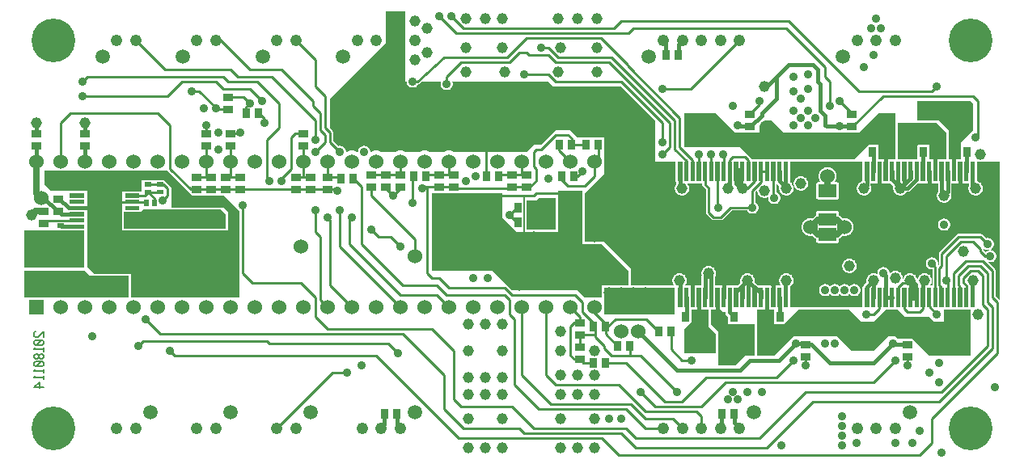
<source format=gbr>
G04 start of page 5 for group 3 idx 3 *
G04 Title: board, bottom *
G04 Creator: pcb 20140316 *
G04 CreationDate: Mon 15 Jan 2018 01:30:57 AM GMT UTC *
G04 For: brian *
G04 Format: Gerber/RS-274X *
G04 PCB-Dimensions (mil): 6000.00 5000.00 *
G04 PCB-Coordinate-Origin: lower left *
%MOIN*%
%FSLAX25Y25*%
%LNBOTTOM*%
%ADD104C,0.0118*%
%ADD103C,0.0380*%
%ADD102C,0.0437*%
%ADD101C,0.1285*%
%ADD100C,0.0279*%
%ADD99C,0.0350*%
%ADD98C,0.0200*%
%ADD97C,0.0280*%
%ADD96C,0.0360*%
%ADD95C,0.0460*%
%ADD94R,0.1339X0.1339*%
%ADD93R,0.0100X0.0100*%
%ADD92R,0.0460X0.0460*%
%ADD91R,0.0512X0.0512*%
%ADD90R,0.0197X0.0197*%
%ADD89R,0.1220X0.1220*%
%ADD88R,0.0177X0.0177*%
%ADD87R,0.0560X0.0560*%
%ADD86R,0.0295X0.0295*%
%ADD85C,0.0278*%
%ADD84C,0.0600*%
%ADD83C,0.0597*%
%ADD82C,0.1800*%
%ADD81C,0.0480*%
%ADD80C,0.0060*%
%ADD79C,0.0070*%
%ADD78C,0.0150*%
%ADD77C,0.0250*%
%ADD76C,0.0160*%
%ADD75C,0.0100*%
%ADD74C,0.0001*%
G54D74*G36*
X412000Y199000D02*X415000Y196000D01*
Y193000D01*
X426000D01*
Y180000D01*
X422000D01*
X418000Y176000D01*
X411000D01*
Y190000D01*
X408000Y193000D01*
Y199000D01*
X412000D01*
G37*
G36*
X407000D02*Y192000D01*
X410000Y189000D01*
Y181000D01*
X397000D01*
Y191000D01*
X400000Y194000D01*
Y199000D01*
X407000D01*
G37*
G36*
X477000Y261000D02*Y267000D01*
X473000D01*
X467000Y261000D01*
X425000D01*
X420000Y266000D01*
X397000D01*
Y280000D01*
X410000D01*
X418000Y272000D01*
X428000D01*
Y275000D01*
X430000Y277000D01*
X433000D01*
X438000Y272000D01*
X469000D01*
X477000Y280000D01*
X484000D01*
Y261000D01*
X477000D01*
G37*
G36*
X434000Y199000D02*Y193000D01*
X438000D01*
X444000Y199000D01*
X465000D01*
X470000Y194000D01*
X475000D01*
X480000Y199000D01*
X485000D01*
X488000Y196000D01*
X498000D01*
X500000Y194000D01*
X504000D01*
Y199000D01*
X515000D01*
Y180000D01*
X498000D01*
X491000Y187000D01*
X485000D01*
X484000Y188000D01*
X481000D01*
X475000Y182000D01*
X466000D01*
X460000Y188000D01*
X442000D01*
X434000Y180000D01*
X427000D01*
Y199000D01*
X434000D01*
G37*
G36*
X505000Y261000D02*X498000D01*
Y267000D01*
X493000D01*
Y261000D01*
X485000D01*
Y276000D01*
X501000D01*
X505000Y272000D01*
Y261000D01*
G37*
G36*
X506000D02*Y273000D01*
X502000Y277000D01*
X493000D01*
Y285000D01*
X515000D01*
X516000Y284000D01*
Y273000D01*
X511000Y268000D01*
Y261000D01*
X506000D01*
G37*
G36*
X451000Y214000D02*Y222000D01*
X461000D01*
Y214000D01*
X451000D01*
G37*
G36*
X521295Y228402D02*X519882Y229815D01*
X519851Y229851D01*
X519708Y229974D01*
X519546Y230073D01*
X519372Y230145D01*
X519188Y230189D01*
X519000Y230204D01*
X518953Y230200D01*
X510817D01*
Y247510D01*
X511000Y247495D01*
X511235Y247514D01*
X511465Y247569D01*
X511683Y247659D01*
X511884Y247783D01*
X512064Y247936D01*
X512217Y248116D01*
X512341Y248317D01*
X512431Y248535D01*
X512486Y248765D01*
X512505Y249000D01*
X512486Y249235D01*
X512431Y249465D01*
X512341Y249683D01*
X512217Y249884D01*
X512061Y250061D01*
X511695Y250427D01*
X511518Y250583D01*
X511317Y250707D01*
X511099Y250797D01*
X510869Y250852D01*
X510817Y250856D01*
Y251052D01*
X511677Y251057D01*
X511830Y251093D01*
X511913Y251128D01*
X511997Y251093D01*
X512150Y251057D01*
X512307Y251047D01*
X514236Y251057D01*
X514252Y251060D01*
Y250307D01*
X514247Y250248D01*
X514251Y250202D01*
X514138Y249930D01*
X514028Y249471D01*
X513991Y249000D01*
X514028Y248529D01*
X514138Y248070D01*
X514319Y247634D01*
X514565Y247231D01*
X514872Y246872D01*
X515231Y246565D01*
X515634Y246319D01*
X516070Y246138D01*
X516529Y246028D01*
X517000Y245991D01*
X517471Y246028D01*
X517930Y246138D01*
X518366Y246319D01*
X518769Y246565D01*
X519128Y246872D01*
X519435Y247231D01*
X519681Y247634D01*
X519862Y248070D01*
X519972Y248529D01*
X520000Y249000D01*
X519972Y249471D01*
X519862Y249930D01*
X519681Y250366D01*
X519435Y250769D01*
X519128Y251128D01*
X518769Y251435D01*
X518366Y251681D01*
X517930Y251862D01*
X517631Y251934D01*
X517638Y252047D01*
X517629Y260000D01*
X518882D01*
X519000Y259991D01*
X519118Y260000D01*
X527000D01*
Y202665D01*
X526974Y202708D01*
X526851Y202851D01*
X526815Y202882D01*
X525200Y204497D01*
Y214953D01*
X525204Y215000D01*
X525189Y215188D01*
X525189Y215188D01*
X525145Y215372D01*
X525073Y215546D01*
X524974Y215708D01*
X524851Y215851D01*
X524815Y215882D01*
X521981Y218716D01*
X522225Y218615D01*
X522608Y218523D01*
X523000Y218492D01*
X523392Y218523D01*
X523775Y218615D01*
X524138Y218766D01*
X524474Y218971D01*
X524773Y219227D01*
X525029Y219526D01*
X525234Y219862D01*
X525385Y220225D01*
X525477Y220608D01*
X525500Y221000D01*
X525477Y221392D01*
X525385Y221775D01*
X525234Y222138D01*
X525029Y222474D01*
X524773Y222773D01*
X524474Y223029D01*
X524138Y223234D01*
X523775Y223385D01*
X523392Y223477D01*
X523000Y223508D01*
X522608Y223477D01*
X522225Y223385D01*
X521862Y223234D01*
X521526Y223029D01*
X521227Y222773D01*
X521087Y222610D01*
X520200Y223497D01*
Y223953D01*
X520204Y224000D01*
X520189Y224188D01*
X520161Y224304D01*
X520227Y224227D01*
X520526Y223971D01*
X520862Y223766D01*
X521225Y223615D01*
X521608Y223523D01*
X522000Y223492D01*
X522392Y223523D01*
X522775Y223615D01*
X523138Y223766D01*
X523474Y223971D01*
X523773Y224227D01*
X524029Y224526D01*
X524234Y224862D01*
X524385Y225225D01*
X524477Y225608D01*
X524500Y226000D01*
X524477Y226392D01*
X524385Y226775D01*
X524234Y227138D01*
X524029Y227474D01*
X523773Y227773D01*
X523474Y228029D01*
X523138Y228234D01*
X522775Y228385D01*
X522392Y228477D01*
X522000Y228508D01*
X521608Y228477D01*
X521295Y228402D01*
G37*
G36*
X510817Y230200D02*X510047D01*
X510000Y230204D01*
X509812Y230189D01*
X509628Y230145D01*
X509454Y230073D01*
X509292Y229974D01*
X509292Y229974D01*
X509149Y229851D01*
X509118Y229815D01*
X503996Y224693D01*
Y231493D01*
X504000Y231492D01*
X504392Y231523D01*
X504775Y231615D01*
X505138Y231766D01*
X505474Y231971D01*
X505773Y232227D01*
X506029Y232526D01*
X506234Y232862D01*
X506385Y233225D01*
X506477Y233608D01*
X506500Y234000D01*
X506477Y234392D01*
X506385Y234775D01*
X506234Y235138D01*
X506029Y235474D01*
X505773Y235773D01*
X505474Y236029D01*
X505138Y236234D01*
X504775Y236385D01*
X504392Y236477D01*
X504000Y236508D01*
X503996Y236507D01*
Y242991D01*
X504000Y242991D01*
X504471Y243028D01*
X504930Y243138D01*
X505366Y243319D01*
X505769Y243565D01*
X506128Y243872D01*
X506435Y244231D01*
X506681Y244634D01*
X506862Y245070D01*
X506972Y245529D01*
X507000Y246000D01*
X506972Y246471D01*
X506875Y246877D01*
X506947Y247051D01*
X507002Y247280D01*
X507020Y247516D01*
X507016Y247575D01*
Y251060D01*
X507032Y251057D01*
X507189Y251047D01*
X509118Y251057D01*
X509271Y251093D01*
X509354Y251128D01*
X509438Y251093D01*
X509591Y251057D01*
X509748Y251047D01*
X510817Y251052D01*
Y250856D01*
X510634Y250871D01*
X510398Y250852D01*
X510169Y250797D01*
X509951Y250707D01*
X509749Y250583D01*
X509570Y250430D01*
X509417Y250251D01*
X509293Y250049D01*
X509203Y249831D01*
X509148Y249602D01*
X509129Y249366D01*
X509148Y249131D01*
X509203Y248901D01*
X509293Y248683D01*
X509417Y248482D01*
X509573Y248305D01*
X509939Y247939D01*
X510116Y247783D01*
X510317Y247659D01*
X510535Y247569D01*
X510765Y247514D01*
X510817Y247510D01*
Y230200D01*
G37*
G36*
X503996Y224693D02*X502185Y222882D01*
X502149Y222851D01*
X502026Y222708D01*
X501927Y222546D01*
X501855Y222372D01*
X501811Y222188D01*
X501811Y222188D01*
X501796Y222000D01*
X501800Y221953D01*
Y217497D01*
X501463Y217160D01*
X501396Y217270D01*
X501477Y217608D01*
X501500Y218000D01*
X501477Y218392D01*
X501385Y218775D01*
X501234Y219138D01*
X501029Y219474D01*
X500773Y219773D01*
X500474Y220029D01*
X500138Y220234D01*
X499775Y220385D01*
X499392Y220477D01*
X499000Y220508D01*
X498608Y220477D01*
X498225Y220385D01*
X497862Y220234D01*
X497526Y220029D01*
X497227Y219773D01*
X496971Y219474D01*
X496766Y219138D01*
X496615Y218775D01*
X496523Y218392D01*
X496492Y218000D01*
X496523Y217608D01*
X496615Y217225D01*
X496766Y216862D01*
X496971Y216526D01*
X497227Y216227D01*
X497526Y215971D01*
X497862Y215766D01*
X498225Y215615D01*
X498608Y215523D01*
X499000Y215492D01*
X499198Y215508D01*
Y208905D01*
X499118Y208872D01*
X499034Y208907D01*
X498881Y208943D01*
X498724Y208953D01*
X498195Y208950D01*
X498435Y209231D01*
X498681Y209634D01*
X498862Y210070D01*
X498972Y210529D01*
X499000Y211000D01*
X498972Y211471D01*
X498862Y211930D01*
X498681Y212366D01*
X498435Y212769D01*
X498128Y213128D01*
X497769Y213435D01*
X497366Y213681D01*
X496930Y213862D01*
X496471Y213972D01*
X496000Y214009D01*
X495529Y213972D01*
X495070Y213862D01*
X494634Y213681D01*
X494231Y213435D01*
X493872Y213128D01*
X493565Y212769D01*
X493319Y212366D01*
X493138Y211930D01*
X493028Y211471D01*
X493005Y211177D01*
X492989Y211193D01*
X492972Y211471D01*
X492862Y211930D01*
X492681Y212366D01*
X492435Y212769D01*
X492128Y213128D01*
X491769Y213435D01*
X491366Y213681D01*
X490930Y213862D01*
X490471Y213972D01*
X490000Y214009D01*
X489529Y213972D01*
X489070Y213862D01*
X488634Y213681D01*
X488231Y213435D01*
X487872Y213128D01*
X487565Y212769D01*
X487319Y212366D01*
X487138Y211930D01*
X487028Y211471D01*
X487007Y211203D01*
X487000Y211204D01*
X486892Y211195D01*
X486972Y211529D01*
X487000Y212000D01*
X486972Y212471D01*
X486862Y212930D01*
X486681Y213366D01*
X486435Y213769D01*
X486128Y214128D01*
X485769Y214435D01*
X485366Y214681D01*
X484930Y214862D01*
X484471Y214972D01*
X484000Y215009D01*
X483529Y214972D01*
X483070Y214862D01*
X482634Y214681D01*
X482231Y214435D01*
X481872Y214128D01*
X481565Y213769D01*
X481478Y213626D01*
X481500Y214000D01*
X481477Y214392D01*
X481385Y214775D01*
X481234Y215138D01*
X481029Y215474D01*
X480773Y215773D01*
X480474Y216029D01*
X480138Y216234D01*
X479775Y216385D01*
X479392Y216477D01*
X479000Y216508D01*
X478608Y216477D01*
X478225Y216385D01*
X477862Y216234D01*
X477526Y216029D01*
X477227Y215773D01*
X476971Y215474D01*
X476766Y215138D01*
X476615Y214775D01*
X476523Y214392D01*
X476492Y214000D01*
X476523Y213608D01*
X476530Y213581D01*
X476366Y213681D01*
X475930Y213862D01*
X475471Y213972D01*
X475000Y214009D01*
X474529Y213972D01*
X474070Y213862D01*
X473634Y213681D01*
X473231Y213435D01*
X472872Y213128D01*
X472565Y212769D01*
X472319Y212366D01*
X472138Y211930D01*
X472028Y211471D01*
X471991Y211000D01*
X472028Y210529D01*
X472101Y210223D01*
X471229Y209350D01*
X471184Y209312D01*
X471031Y209132D01*
X470907Y208931D01*
X470861Y208818D01*
X470773Y208764D01*
X470653Y208662D01*
X470551Y208542D01*
X470468Y208408D01*
X470408Y208263D01*
X470371Y208110D01*
X470362Y207953D01*
X470371Y200000D01*
X464995D01*
Y205487D01*
X465000Y205492D01*
X465227Y205227D01*
X465526Y204971D01*
X465862Y204766D01*
X466225Y204615D01*
X466608Y204523D01*
X467000Y204492D01*
X467392Y204523D01*
X467775Y204615D01*
X468138Y204766D01*
X468474Y204971D01*
X468773Y205227D01*
X469029Y205526D01*
X469234Y205862D01*
X469385Y206225D01*
X469477Y206608D01*
X469500Y207000D01*
X469477Y207392D01*
X469385Y207775D01*
X469234Y208138D01*
X469029Y208474D01*
X468773Y208773D01*
X468474Y209029D01*
X468138Y209234D01*
X467775Y209385D01*
X467392Y209477D01*
X467000Y209508D01*
X466608Y209477D01*
X466225Y209385D01*
X465862Y209234D01*
X465526Y209029D01*
X465227Y208773D01*
X465000Y208508D01*
X464995Y208513D01*
Y213991D01*
X465000Y213991D01*
X465471Y214028D01*
X465930Y214138D01*
X466366Y214319D01*
X466769Y214565D01*
X467128Y214872D01*
X467435Y215231D01*
X467681Y215634D01*
X467862Y216070D01*
X467972Y216529D01*
X468000Y217000D01*
X467972Y217471D01*
X467862Y217930D01*
X467681Y218366D01*
X467435Y218769D01*
X467128Y219128D01*
X466769Y219435D01*
X466366Y219681D01*
X465930Y219862D01*
X465471Y219972D01*
X465000Y220009D01*
X464995Y220009D01*
Y229883D01*
X465182Y229997D01*
X465624Y230376D01*
X466003Y230818D01*
X466307Y231315D01*
X466530Y231853D01*
X466666Y232419D01*
X466700Y233000D01*
X466666Y233581D01*
X466530Y234147D01*
X466307Y234685D01*
X466003Y235182D01*
X465624Y235624D01*
X465182Y236003D01*
X464995Y236117D01*
Y260000D01*
X470367D01*
X470362Y259921D01*
X470371Y251934D01*
X470070Y251862D01*
X469634Y251681D01*
X469231Y251435D01*
X468872Y251128D01*
X468565Y250769D01*
X468319Y250366D01*
X468138Y249930D01*
X468028Y249471D01*
X467991Y249000D01*
X468028Y248529D01*
X468138Y248070D01*
X468319Y247634D01*
X468565Y247231D01*
X468872Y246872D01*
X469231Y246565D01*
X469634Y246319D01*
X470070Y246138D01*
X470529Y246028D01*
X471000Y245991D01*
X471471Y246028D01*
X471930Y246138D01*
X472366Y246319D01*
X472769Y246565D01*
X473128Y246872D01*
X473435Y247231D01*
X473681Y247634D01*
X473862Y248070D01*
X473972Y248529D01*
X474000Y249000D01*
X473972Y249471D01*
X473862Y249930D01*
X473749Y250202D01*
X473753Y250248D01*
X473748Y250307D01*
Y251060D01*
X473764Y251057D01*
X473921Y251047D01*
X475850Y251057D01*
X476003Y251093D01*
X476087Y251128D01*
X476170Y251093D01*
X476323Y251057D01*
X476480Y251047D01*
X478409Y251057D01*
X478562Y251093D01*
X478646Y251128D01*
X478729Y251093D01*
X478882Y251057D01*
X479039Y251047D01*
X480968Y251057D01*
X481121Y251093D01*
X481205Y251128D01*
X481288Y251093D01*
X481442Y251057D01*
X481598Y251047D01*
X481830Y251048D01*
X483101Y249777D01*
X483028Y249471D01*
X482991Y249000D01*
X483028Y248529D01*
X483138Y248070D01*
X483319Y247634D01*
X483565Y247231D01*
X483872Y246872D01*
X484231Y246565D01*
X484634Y246319D01*
X485070Y246138D01*
X485529Y246028D01*
X486000Y245991D01*
X486471Y246028D01*
X486930Y246138D01*
X487366Y246319D01*
X487769Y246565D01*
X488128Y246872D01*
X488435Y247231D01*
X488599Y247500D01*
X488941D01*
X489000Y247495D01*
X489235Y247514D01*
X489235Y247514D01*
X489465Y247569D01*
X489465Y247569D01*
X489465D01*
X489472Y247572D01*
X489683Y247659D01*
X489683Y247659D01*
X489683Y247659D01*
X489717Y247680D01*
X489884Y247783D01*
X489884Y247783D01*
X489884Y247783D01*
X490064Y247936D01*
X490102Y247981D01*
X493175Y251054D01*
X493763Y251057D01*
X493916Y251093D01*
X494000Y251128D01*
X494084Y251093D01*
X494237Y251057D01*
X494394Y251047D01*
X496322Y251057D01*
X496475Y251093D01*
X496559Y251128D01*
X496643Y251093D01*
X496796Y251057D01*
X496953Y251047D01*
X498881Y251057D01*
X499034Y251093D01*
X499118Y251128D01*
X499202Y251093D01*
X499355Y251057D01*
X499512Y251047D01*
X501440Y251057D01*
X501457Y251060D01*
Y247591D01*
X501319Y247366D01*
X501138Y246930D01*
X501028Y246471D01*
X500991Y246000D01*
X501028Y245529D01*
X501138Y245070D01*
X501319Y244634D01*
X501565Y244231D01*
X501872Y243872D01*
X502231Y243565D01*
X502634Y243319D01*
X503070Y243138D01*
X503529Y243028D01*
X503996Y242991D01*
Y236507D01*
X503608Y236477D01*
X503225Y236385D01*
X502862Y236234D01*
X502526Y236029D01*
X502227Y235773D01*
X501971Y235474D01*
X501766Y235138D01*
X501615Y234775D01*
X501523Y234392D01*
X501492Y234000D01*
X501523Y233608D01*
X501615Y233225D01*
X501766Y232862D01*
X501971Y232526D01*
X502227Y232227D01*
X502526Y231971D01*
X502862Y231766D01*
X503225Y231615D01*
X503608Y231523D01*
X503996Y231493D01*
Y224693D01*
G37*
G36*
X464995Y236117D02*X464685Y236307D01*
X464147Y236530D01*
X463581Y236666D01*
X463000Y236711D01*
X462419Y236666D01*
X462155Y236602D01*
X461433Y237325D01*
X461383Y237383D01*
X461150Y237582D01*
X460888Y237743D01*
X460732Y237807D01*
X460731Y238811D01*
X460694Y238964D01*
X460634Y239109D01*
X460552Y239244D01*
X460449Y239363D01*
X460330Y239466D01*
X460195Y239548D01*
X460050Y239608D01*
X459897Y239645D01*
X459740Y239654D01*
X456000Y239649D01*
Y244351D01*
X459897Y244355D01*
X460050Y244392D01*
X460195Y244452D01*
X460330Y244534D01*
X460449Y244637D01*
X460552Y244756D01*
X460634Y244891D01*
X460694Y245036D01*
X460731Y245189D01*
X460740Y245346D01*
X460731Y250621D01*
X460694Y250774D01*
X460634Y250919D01*
X460552Y251054D01*
X460449Y251173D01*
X460330Y251276D01*
X460195Y251358D01*
X460050Y251418D01*
X459897Y251455D01*
X459740Y251464D01*
X458699Y251463D01*
X459003Y251818D01*
X459307Y252315D01*
X459530Y252853D01*
X459666Y253419D01*
X459700Y254000D01*
X459666Y254581D01*
X459530Y255147D01*
X459307Y255685D01*
X459003Y256182D01*
X458624Y256624D01*
X458182Y257003D01*
X457685Y257307D01*
X457147Y257530D01*
X456581Y257666D01*
X456000Y257711D01*
Y260000D01*
X464995D01*
Y236117D01*
G37*
G36*
Y208513D02*X464773Y208773D01*
X464474Y209029D01*
X464138Y209234D01*
X463775Y209385D01*
X463392Y209477D01*
X463000Y209508D01*
X462608Y209477D01*
X462225Y209385D01*
X461862Y209234D01*
X461526Y209029D01*
X461227Y208773D01*
X461000Y208508D01*
X460773Y208773D01*
X460474Y209029D01*
X460138Y209234D01*
X459775Y209385D01*
X459392Y209477D01*
X459000Y209508D01*
X458608Y209477D01*
X458225Y209385D01*
X457862Y209234D01*
X457526Y209029D01*
X457227Y208773D01*
X457000Y208508D01*
X456773Y208773D01*
X456474Y209029D01*
X456138Y209234D01*
X456000Y209292D01*
Y214541D01*
X459897Y214545D01*
X460050Y214582D01*
X460195Y214642D01*
X460330Y214724D01*
X460449Y214827D01*
X460552Y214946D01*
X460634Y215081D01*
X460694Y215226D01*
X460731Y215379D01*
X460740Y215536D01*
X460731Y220811D01*
X460694Y220964D01*
X460634Y221109D01*
X460552Y221244D01*
X460449Y221363D01*
X460330Y221466D01*
X460195Y221548D01*
X460050Y221608D01*
X459897Y221645D01*
X459740Y221654D01*
X456000Y221649D01*
Y226351D01*
X459897Y226355D01*
X460050Y226392D01*
X460195Y226452D01*
X460330Y226534D01*
X460449Y226637D01*
X460552Y226756D01*
X460634Y226891D01*
X460694Y227036D01*
X460731Y227189D01*
X460740Y227346D01*
X460739Y228195D01*
X460888Y228257D01*
X461150Y228418D01*
X461383Y228617D01*
X461433Y228675D01*
X462155Y229398D01*
X462419Y229334D01*
X463000Y229289D01*
X463581Y229334D01*
X464147Y229470D01*
X464685Y229693D01*
X464995Y229883D01*
Y220009D01*
X464529Y219972D01*
X464070Y219862D01*
X463634Y219681D01*
X463231Y219435D01*
X462872Y219128D01*
X462565Y218769D01*
X462319Y218366D01*
X462138Y217930D01*
X462028Y217471D01*
X461991Y217000D01*
X462028Y216529D01*
X462138Y216070D01*
X462319Y215634D01*
X462565Y215231D01*
X462872Y214872D01*
X463231Y214565D01*
X463634Y214319D01*
X464070Y214138D01*
X464529Y214028D01*
X464995Y213991D01*
Y208513D01*
G37*
G36*
Y200000D02*X456000D01*
Y204708D01*
X456138Y204766D01*
X456474Y204971D01*
X456773Y205227D01*
X457000Y205492D01*
X457227Y205227D01*
X457526Y204971D01*
X457862Y204766D01*
X458225Y204615D01*
X458608Y204523D01*
X459000Y204492D01*
X459392Y204523D01*
X459775Y204615D01*
X460138Y204766D01*
X460474Y204971D01*
X460773Y205227D01*
X461000Y205492D01*
X461227Y205227D01*
X461526Y204971D01*
X461862Y204766D01*
X462225Y204615D01*
X462608Y204523D01*
X463000Y204492D01*
X463392Y204523D01*
X463775Y204615D01*
X464138Y204766D01*
X464474Y204971D01*
X464773Y205227D01*
X464995Y205487D01*
Y200000D01*
G37*
G36*
X456000D02*X444995D01*
Y247991D01*
X445000Y247991D01*
X445471Y248028D01*
X445930Y248138D01*
X446366Y248319D01*
X446769Y248565D01*
X447128Y248872D01*
X447435Y249231D01*
X447681Y249634D01*
X447862Y250070D01*
X447972Y250529D01*
X448000Y251000D01*
X447972Y251471D01*
X447862Y251930D01*
X447681Y252366D01*
X447435Y252769D01*
X447128Y253128D01*
X446769Y253435D01*
X446366Y253681D01*
X445930Y253862D01*
X445471Y253972D01*
X445000Y254009D01*
X444995Y254009D01*
Y260000D01*
X456000D01*
Y257711D01*
X455419Y257666D01*
X454853Y257530D01*
X454315Y257307D01*
X453818Y257003D01*
X453376Y256624D01*
X452997Y256182D01*
X452693Y255685D01*
X452470Y255147D01*
X452334Y254581D01*
X452289Y254000D01*
X452334Y253419D01*
X452470Y252853D01*
X452693Y252315D01*
X452997Y251818D01*
X453307Y251456D01*
X452103Y251455D01*
X451950Y251418D01*
X451805Y251358D01*
X451670Y251276D01*
X451551Y251173D01*
X451448Y251054D01*
X451366Y250919D01*
X451306Y250774D01*
X451269Y250621D01*
X451260Y250464D01*
X451269Y245189D01*
X451306Y245036D01*
X451366Y244891D01*
X451448Y244756D01*
X451551Y244637D01*
X451670Y244534D01*
X451805Y244452D01*
X451950Y244392D01*
X452103Y244355D01*
X452260Y244346D01*
X456000Y244351D01*
Y239649D01*
X452103Y239645D01*
X451950Y239608D01*
X451805Y239548D01*
X451670Y239466D01*
X451551Y239363D01*
X451448Y239244D01*
X451366Y239109D01*
X451306Y238964D01*
X451269Y238811D01*
X451260Y238654D01*
X451261Y237805D01*
X451112Y237743D01*
X450850Y237582D01*
X450850Y237582D01*
X450617Y237383D01*
X450567Y237325D01*
X449845Y236602D01*
X449581Y236666D01*
X449000Y236711D01*
X448419Y236666D01*
X447853Y236530D01*
X447315Y236307D01*
X446818Y236003D01*
X446376Y235624D01*
X445997Y235182D01*
X445693Y234685D01*
X445470Y234147D01*
X445334Y233581D01*
X445289Y233000D01*
X445334Y232419D01*
X445470Y231853D01*
X445693Y231315D01*
X445997Y230818D01*
X446376Y230376D01*
X446818Y229997D01*
X447315Y229693D01*
X447853Y229470D01*
X448419Y229334D01*
X449000Y229289D01*
X449581Y229334D01*
X449845Y229398D01*
X450567Y228675D01*
X450617Y228617D01*
X450850Y228418D01*
X450850Y228418D01*
X451013Y228318D01*
X451112Y228257D01*
X451229Y228209D01*
X451268Y228193D01*
X451269Y227189D01*
X451306Y227036D01*
X451366Y226891D01*
X451448Y226756D01*
X451551Y226637D01*
X451670Y226534D01*
X451805Y226452D01*
X451950Y226392D01*
X452103Y226355D01*
X452260Y226346D01*
X456000Y226351D01*
Y221649D01*
X452103Y221645D01*
X451950Y221608D01*
X451805Y221548D01*
X451670Y221466D01*
X451551Y221363D01*
X451448Y221244D01*
X451366Y221109D01*
X451306Y220964D01*
X451269Y220811D01*
X451260Y220654D01*
X451269Y215379D01*
X451306Y215226D01*
X451366Y215081D01*
X451448Y214946D01*
X451551Y214827D01*
X451670Y214724D01*
X451805Y214642D01*
X451950Y214582D01*
X452103Y214545D01*
X452260Y214536D01*
X456000Y214541D01*
Y209292D01*
X455775Y209385D01*
X455392Y209477D01*
X455000Y209508D01*
X454608Y209477D01*
X454225Y209385D01*
X453862Y209234D01*
X453526Y209029D01*
X453227Y208773D01*
X452971Y208474D01*
X452766Y208138D01*
X452615Y207775D01*
X452523Y207392D01*
X452492Y207000D01*
X452523Y206608D01*
X452615Y206225D01*
X452766Y205862D01*
X452971Y205526D01*
X453227Y205227D01*
X453526Y204971D01*
X453862Y204766D01*
X454225Y204615D01*
X454608Y204523D01*
X455000Y204492D01*
X455392Y204523D01*
X455775Y204615D01*
X456000Y204708D01*
Y200000D01*
G37*
G36*
X444995D02*X440633D01*
X440638Y200079D01*
X440629Y208110D01*
X440592Y208263D01*
X440532Y208408D01*
X440526Y208417D01*
X440769Y208565D01*
X441128Y208872D01*
X441435Y209231D01*
X441681Y209634D01*
X441862Y210070D01*
X441972Y210529D01*
X442000Y211000D01*
X441972Y211471D01*
X441862Y211930D01*
X441681Y212366D01*
X441435Y212769D01*
X441128Y213128D01*
X440769Y213435D01*
X440366Y213681D01*
X439930Y213862D01*
X439471Y213972D01*
X439000Y214009D01*
X438529Y213972D01*
X438070Y213862D01*
X437634Y213681D01*
X437231Y213435D01*
X436872Y213128D01*
X436565Y212769D01*
X436319Y212366D01*
X436138Y211930D01*
X436028Y211471D01*
X435991Y211000D01*
X436028Y210529D01*
X436138Y210070D01*
X436319Y209634D01*
X436565Y209231D01*
X436804Y208951D01*
X435150Y208943D01*
X434997Y208907D01*
X434913Y208872D01*
X434830Y208907D01*
X434677Y208943D01*
X434520Y208953D01*
X432591Y208943D01*
X432438Y208907D01*
X432354Y208872D01*
X432271Y208907D01*
X432118Y208943D01*
X431961Y208953D01*
X430032Y208943D01*
X429879Y208907D01*
X429795Y208872D01*
X429712Y208907D01*
X429558Y208943D01*
X429402Y208953D01*
X427473Y208943D01*
X427320Y208907D01*
X427245Y208876D01*
X427108Y209013D01*
X427075Y209052D01*
X427025Y209096D01*
X425899Y210223D01*
X425972Y210529D01*
X426000Y211000D01*
X425972Y211471D01*
X425862Y211930D01*
X425681Y212366D01*
X425435Y212769D01*
X425128Y213128D01*
X424769Y213435D01*
X424366Y213681D01*
X423930Y213862D01*
X423471Y213972D01*
X423000Y214009D01*
X422529Y213972D01*
X422070Y213862D01*
X421634Y213681D01*
X421231Y213435D01*
X420872Y213128D01*
X420565Y212769D01*
X420319Y212366D01*
X420138Y211930D01*
X420028Y211471D01*
X419991Y211000D01*
X420028Y210529D01*
X420101Y210223D01*
X419998Y210119D01*
X419971Y210098D01*
X419915Y210036D01*
X419778Y209899D01*
X419776Y209897D01*
X418830Y208951D01*
X417237Y208943D01*
X417084Y208907D01*
X417000Y208872D01*
X416916Y208907D01*
X416763Y208943D01*
X416606Y208953D01*
X414678Y208943D01*
X414525Y208907D01*
X414441Y208872D01*
X414357Y208907D01*
X414204Y208943D01*
X414047Y208953D01*
X412119Y208943D01*
X411966Y208907D01*
X411882Y208872D01*
X411798Y208907D01*
X411645Y208943D01*
X411488Y208953D01*
X409560Y208943D01*
X409543Y208940D01*
Y212409D01*
X409681Y212634D01*
X409862Y213070D01*
X409972Y213529D01*
X410000Y214000D01*
X409972Y214471D01*
X409862Y214930D01*
X409681Y215366D01*
X409435Y215769D01*
X409128Y216128D01*
X408769Y216435D01*
X408366Y216681D01*
X407930Y216862D01*
X407471Y216972D01*
X407000Y217009D01*
X406529Y216972D01*
X406070Y216862D01*
X405634Y216681D01*
X405231Y216435D01*
X404872Y216128D01*
X404565Y215769D01*
X404319Y215366D01*
X404138Y214930D01*
X404028Y214471D01*
X403991Y214000D01*
X404028Y213529D01*
X404125Y213123D01*
X404053Y212949D01*
X403998Y212720D01*
X403998Y212719D01*
X403980Y212484D01*
X403984Y212426D01*
Y208940D01*
X403968Y208943D01*
X403811Y208953D01*
X401882Y208943D01*
X401729Y208907D01*
X401646Y208872D01*
X401562Y208907D01*
X401409Y208943D01*
X401252Y208953D01*
X399323Y208943D01*
X399170Y208907D01*
X399087Y208872D01*
X399003Y208907D01*
X398850Y208943D01*
X398693Y208953D01*
X397191Y208946D01*
X397435Y209231D01*
X397681Y209634D01*
X397862Y210070D01*
X397972Y210529D01*
X398000Y211000D01*
X397972Y211471D01*
X397862Y211930D01*
X397681Y212366D01*
X397435Y212769D01*
X397128Y213128D01*
X396769Y213435D01*
X396366Y213681D01*
X395930Y213862D01*
X395471Y213972D01*
X395000Y214009D01*
X394529Y213972D01*
X394070Y213862D01*
X393634Y213681D01*
X393231Y213435D01*
X392872Y213128D01*
X392565Y212769D01*
X392319Y212366D01*
X392138Y211930D01*
X392028Y211471D01*
X391991Y211000D01*
X392028Y210529D01*
X392138Y210070D01*
X392319Y209634D01*
X392565Y209231D01*
X392763Y209000D01*
X384000D01*
Y260000D01*
X393367D01*
X393362Y259921D01*
X393371Y251890D01*
X393408Y251737D01*
X393468Y251592D01*
X393551Y251458D01*
X393653Y251338D01*
X393748Y251257D01*
Y250983D01*
X393565Y250769D01*
X393319Y250366D01*
X393138Y249930D01*
X393028Y249471D01*
X392991Y249000D01*
X393028Y248529D01*
X393138Y248070D01*
X393319Y247634D01*
X393565Y247231D01*
X393872Y246872D01*
X394231Y246565D01*
X394634Y246319D01*
X395070Y246138D01*
X395529Y246028D01*
X396000Y245991D01*
X396471Y246028D01*
X396930Y246138D01*
X397366Y246319D01*
X397769Y246565D01*
X398128Y246872D01*
X398435Y247231D01*
X398681Y247634D01*
X398862Y248070D01*
X398972Y248529D01*
X399000Y249000D01*
X398972Y249471D01*
X398862Y249930D01*
X398681Y250366D01*
X398435Y250769D01*
X398192Y251053D01*
X398850Y251057D01*
X399003Y251093D01*
X399087Y251128D01*
X399170Y251093D01*
X399323Y251057D01*
X399480Y251047D01*
X401409Y251057D01*
X401562Y251093D01*
X401646Y251128D01*
X401729Y251093D01*
X401882Y251057D01*
X402039Y251047D01*
X403968Y251057D01*
X404121Y251093D01*
X404205Y251128D01*
X404284Y251095D01*
Y250563D01*
X404281Y250516D01*
X404295Y250327D01*
X404339Y250144D01*
X404412Y249969D01*
X404510Y249808D01*
X404510Y249808D01*
X404633Y249665D01*
X404669Y249634D01*
X405800Y248503D01*
Y239047D01*
X405796Y239000D01*
X405811Y238812D01*
X405855Y238628D01*
X405927Y238454D01*
X406026Y238292D01*
X406026Y238292D01*
X406149Y238149D01*
X406185Y238118D01*
X408118Y236185D01*
X408149Y236149D01*
X408292Y236026D01*
X408292Y236026D01*
X408454Y235927D01*
X408628Y235855D01*
X408812Y235811D01*
X409000Y235796D01*
X409047Y235800D01*
X411953D01*
X412000Y235796D01*
X412188Y235811D01*
X412188Y235811D01*
X412372Y235855D01*
X412546Y235927D01*
X412708Y236026D01*
X412851Y236149D01*
X412882Y236185D01*
X416497Y239800D01*
X422803D01*
X422971Y239526D01*
X423227Y239227D01*
X423526Y238971D01*
X423862Y238766D01*
X424225Y238615D01*
X424608Y238523D01*
X425000Y238492D01*
X425392Y238523D01*
X425775Y238615D01*
X426138Y238766D01*
X426474Y238971D01*
X426773Y239227D01*
X427029Y239526D01*
X427234Y239862D01*
X427385Y240225D01*
X427477Y240608D01*
X427500Y241000D01*
X427477Y241392D01*
X427385Y241775D01*
X427234Y242138D01*
X427029Y242474D01*
X426773Y242773D01*
X426474Y243029D01*
X426200Y243197D01*
Y247503D01*
X427016Y248319D01*
X426991Y248000D01*
X427028Y247529D01*
X427138Y247070D01*
X427319Y246634D01*
X427565Y246231D01*
X427872Y245872D01*
X428231Y245565D01*
X428634Y245319D01*
X429070Y245138D01*
X429529Y245028D01*
X430000Y244991D01*
X430471Y245028D01*
X430930Y245138D01*
X431366Y245319D01*
X431530Y245419D01*
X431523Y245392D01*
X431492Y245000D01*
X431523Y244608D01*
X431615Y244225D01*
X431766Y243862D01*
X431971Y243526D01*
X432227Y243227D01*
X432526Y242971D01*
X432862Y242766D01*
X433225Y242615D01*
X433608Y242523D01*
X434000Y242492D01*
X434392Y242523D01*
X434775Y242615D01*
X435138Y242766D01*
X435474Y242971D01*
X435773Y243227D01*
X436029Y243526D01*
X436234Y243862D01*
X436385Y244225D01*
X436477Y244608D01*
X436500Y245000D01*
X436477Y245392D01*
X436385Y245775D01*
X436234Y246138D01*
X436029Y246474D01*
X435773Y246773D01*
X435474Y247029D01*
X435138Y247234D01*
X434834Y247361D01*
Y251095D01*
X434863Y251107D01*
X434976Y250923D01*
X434976Y250923D01*
X435129Y250743D01*
X435174Y250705D01*
X436101Y249777D01*
X436028Y249471D01*
X435991Y249000D01*
X436028Y248529D01*
X436138Y248070D01*
X436319Y247634D01*
X436565Y247231D01*
X436872Y246872D01*
X437231Y246565D01*
X437634Y246319D01*
X438070Y246138D01*
X438529Y246028D01*
X439000Y245991D01*
X439471Y246028D01*
X439930Y246138D01*
X440366Y246319D01*
X440769Y246565D01*
X441128Y246872D01*
X441435Y247231D01*
X441681Y247634D01*
X441862Y248070D01*
X441972Y248529D01*
X442000Y249000D01*
X441972Y249471D01*
X441862Y249930D01*
X441681Y250366D01*
X441435Y250769D01*
X441128Y251128D01*
X440769Y251435D01*
X440526Y251583D01*
X440532Y251592D01*
X440592Y251737D01*
X440629Y251890D01*
X440638Y252047D01*
X440629Y260000D01*
X444995D01*
Y254009D01*
X444529Y253972D01*
X444070Y253862D01*
X443634Y253681D01*
X443231Y253435D01*
X442872Y253128D01*
X442565Y252769D01*
X442319Y252366D01*
X442138Y251930D01*
X442028Y251471D01*
X441991Y251000D01*
X442028Y250529D01*
X442138Y250070D01*
X442319Y249634D01*
X442565Y249231D01*
X442872Y248872D01*
X443231Y248565D01*
X443634Y248319D01*
X444070Y248138D01*
X444529Y248028D01*
X444995Y247991D01*
Y200000D01*
G37*
G36*
X251000Y286000D02*X274000Y309000D01*
Y322000D01*
X282000D01*
Y293000D01*
X282492D01*
X282523Y292608D01*
X282615Y292225D01*
X282766Y291862D01*
X282971Y291526D01*
X283227Y291227D01*
X283526Y290971D01*
X283862Y290766D01*
X284225Y290615D01*
X284608Y290523D01*
X285000Y290492D01*
X285392Y290523D01*
X285775Y290615D01*
X286138Y290766D01*
X286474Y290971D01*
X286773Y291227D01*
X287029Y291526D01*
X287206Y291815D01*
X287252Y291827D01*
X287317Y291839D01*
X287344Y291849D01*
X287372Y291855D01*
X287433Y291880D01*
X287495Y291903D01*
X287520Y291917D01*
X287546Y291927D01*
X287603Y291962D01*
X287660Y291994D01*
X287679Y292009D01*
X287708Y292026D01*
X287851Y292149D01*
X287863Y292163D01*
X288784Y293000D01*
X296708D01*
X296615Y292775D01*
X296523Y292392D01*
X296492Y292000D01*
X296523Y291608D01*
X296615Y291225D01*
X296766Y290862D01*
X296971Y290526D01*
X297227Y290227D01*
X297526Y289971D01*
X297862Y289766D01*
X298225Y289615D01*
X298608Y289523D01*
X299000Y289492D01*
X299392Y289523D01*
X299775Y289615D01*
X300138Y289766D01*
X300474Y289971D01*
X300773Y290227D01*
X301029Y290526D01*
X301234Y290862D01*
X301385Y291225D01*
X301477Y291608D01*
X301500Y292000D01*
X301477Y292392D01*
X301385Y292775D01*
X301292Y293000D01*
X304000D01*
Y287118D01*
X303991Y287000D01*
X304000Y286882D01*
Y277118D01*
X303991Y277000D01*
X304000Y276882D01*
Y268118D01*
X303991Y268000D01*
X304000Y267882D01*
Y264000D01*
X302085D01*
X302049Y264022D01*
X301395Y264293D01*
X300706Y264458D01*
X300000Y264514D01*
X299294Y264458D01*
X298605Y264293D01*
X297951Y264022D01*
X297915Y264000D01*
X292085D01*
X292049Y264022D01*
X291395Y264293D01*
X290706Y264458D01*
X290000Y264514D01*
X289294Y264458D01*
X288605Y264293D01*
X287951Y264022D01*
X287915Y264000D01*
X282085D01*
X282049Y264022D01*
X281395Y264293D01*
X280706Y264458D01*
X280000Y264514D01*
X279294Y264458D01*
X278605Y264293D01*
X277951Y264022D01*
X277915Y264000D01*
X272085D01*
X272049Y264022D01*
X271395Y264293D01*
X270706Y264458D01*
X270000Y264514D01*
X269294Y264458D01*
X268605Y264293D01*
X267951Y264022D01*
X267915Y264000D01*
X267500D01*
X267477Y264392D01*
X267385Y264775D01*
X267234Y265138D01*
X267029Y265474D01*
X266773Y265773D01*
X266474Y266029D01*
X266138Y266234D01*
X265775Y266385D01*
X265392Y266477D01*
X265000Y266508D01*
X264608Y266477D01*
X264225Y266385D01*
X263862Y266234D01*
X263526Y266029D01*
X263227Y265773D01*
X262971Y265474D01*
X262766Y265138D01*
X262615Y264775D01*
X262523Y264392D01*
X262492Y264000D01*
X262085D01*
X262049Y264022D01*
X261395Y264293D01*
X260706Y264458D01*
X260000Y264514D01*
X259294Y264458D01*
X258605Y264293D01*
X257951Y264022D01*
X257915Y264000D01*
X257500D01*
X257477Y264392D01*
X257385Y264775D01*
X257234Y265138D01*
X257029Y265474D01*
X256773Y265773D01*
X256474Y266029D01*
X256138Y266234D01*
X255775Y266385D01*
X255392Y266477D01*
X255000Y266508D01*
X254608Y266477D01*
X254295Y266402D01*
X252200Y268497D01*
Y271953D01*
X252204Y272000D01*
X252189Y272188D01*
X252145Y272372D01*
X252073Y272546D01*
X251974Y272708D01*
X251851Y272851D01*
X251815Y272882D01*
X251000Y273697D01*
Y286000D01*
G37*
G36*
X364000Y270000D02*X353000D01*
X350000Y273000D01*
X344000D01*
X338000Y267000D01*
X335000D01*
X332000Y264000D01*
X304000D01*
Y293000D01*
X341000D01*
X343000Y291000D01*
X371000D01*
X385000Y277000D01*
Y209000D01*
X375000D01*
Y216000D01*
X364000Y227000D01*
X356000D01*
Y247000D01*
X364000Y255000D01*
Y270000D01*
G37*
G36*
X332000Y232000D02*Y244000D01*
X336000D01*
X337000Y245000D01*
X344000D01*
Y232000D01*
X332000D01*
G37*
G36*
X374000Y215000D02*Y209000D01*
X363000D01*
Y204000D01*
X356000D01*
X353000Y207000D01*
X326000D01*
X318000Y215000D01*
X293000D01*
Y247000D01*
X322000D01*
Y237000D01*
X328000Y231000D01*
X345000D01*
Y248000D01*
X355000D01*
Y226000D01*
X363000D01*
X374000Y215000D01*
G37*
G36*
X364000Y197000D02*Y208000D01*
X393000D01*
Y197000D01*
X364000D01*
G37*
G36*
X149600Y231600D02*Y216300D01*
X125000D01*
Y231600D01*
X149600D01*
G37*
G36*
X166000Y232200D02*Y239300D01*
X173100D01*
X174100Y240300D01*
X205900D01*
X208000Y238200D01*
Y232200D01*
X166000D01*
G37*
G36*
X165200Y231500D02*X208800D01*
Y239200D01*
X206900Y241100D01*
X185600D01*
Y249200D01*
X182400Y252400D01*
X173400D01*
Y256300D01*
X183800D01*
X194100Y246000D01*
X207300D01*
X213600Y239700D01*
Y204000D01*
X169000D01*
Y213700D01*
X153700D01*
X150800Y216600D01*
Y247800D01*
X135900D01*
X133200Y250500D01*
Y256300D01*
X173400D01*
Y247700D01*
X165200D01*
Y231500D01*
G37*
G36*
X125000Y215000D02*X150000D01*
X152000Y213000D01*
X168000D01*
Y204000D01*
X125000D01*
Y215000D01*
G37*
G54D75*X196000Y248441D02*X253559D01*
X247000Y229000D02*X245000Y231000D01*
Y240000D01*
X259000Y236000D02*X260000Y237000D01*
X259000Y226000D02*Y236000D01*
X255000Y225000D02*Y240000D01*
X251000Y236000D02*X250000Y237000D01*
X237000Y253559D02*X243000D01*
X240000D02*Y266441D01*
X231000Y252000D02*Y253000D01*
X235000Y257000D01*
X250000Y253559D02*X254882D01*
X250000Y260000D02*Y253559D01*
X254882D02*X255441Y253000D01*
X253559Y248441D02*X254000Y248000D01*
X264000Y249559D02*X260559Y253000D01*
X235000Y270000D02*X236559Y271559D01*
X240000D01*
X245000Y264000D02*X249000Y268000D01*
Y271000D01*
X255000Y264000D02*X251000Y268000D01*
Y272000D01*
X299000Y295000D02*Y292000D01*
X287000Y293000D02*X298000Y303000D01*
X285000Y293000D02*X287000D01*
X280000Y254559D02*X268000D01*
X274000Y249441D02*Y249000D01*
X277000Y246000D01*
X280000Y249441D02*Y249000D01*
X277000Y246000D01*
X268000D02*Y249441D01*
X286000Y228000D02*X268000Y246000D01*
X285000Y253559D02*X285441Y254000D01*
X280000Y260000D02*Y254559D01*
G54D76*X278559Y156000D02*Y151315D01*
X279874Y150000D01*
X273441Y156000D02*Y151441D01*
X272000Y150000D01*
G54D75*X304000Y146000D02*X270000Y180000D01*
X298000Y158000D02*Y172000D01*
X281000Y189000D01*
X279000Y181000D02*X275000Y185000D01*
X302000Y162000D02*Y182000D01*
X293000Y191000D01*
X250000D01*
X258000Y173000D02*X252000D01*
X229063Y150000D01*
X302000Y254559D02*X291118D01*
X290559Y254000D01*
X300000Y260000D02*Y254559D01*
Y200000D02*X295000Y205000D01*
X299000D02*X295000Y209000D01*
X296000Y212000D02*X300000Y208000D01*
X289000Y249000D02*X289441Y249441D01*
X285000Y243000D02*Y253559D01*
X289441Y249441D02*X302000D01*
X286000Y221000D02*Y228000D01*
X270000Y180000D02*X187000D01*
X185000Y182000D01*
X281000Y189000D02*X181000D01*
X215000Y214000D02*X219000Y210000D01*
X239000D02*X219000D01*
X250000Y200000D02*X247000Y203000D01*
X181000Y189000D02*X175000Y195000D01*
X250000Y191000D02*X245000Y196000D01*
Y204000D01*
X239000Y210000D01*
X260000Y200000D02*X251000Y209000D01*
X275000Y185000D02*X226000D01*
X225000Y186000D01*
X174000D01*
X172000Y184000D01*
X291000Y214000D02*Y249441D01*
X295000Y205000D02*X280000D01*
X295000Y209000D02*X281000D01*
X291000Y214000D02*X293000Y212000D01*
X296000D01*
X264000Y226000D02*Y249559D01*
X247000Y203000D02*Y229000D01*
X251000Y209000D02*Y236000D01*
X281000Y209000D02*X264000Y226000D01*
X280000Y200000D02*X255000Y225000D01*
X280000Y205000D02*X259000Y226000D01*
X280000Y225000D02*X276000Y229000D01*
X271000D01*
X268000Y232000D01*
G54D76*X130000Y266441D02*Y260000D01*
X150000Y266441D02*Y260000D01*
X130000Y276000D02*Y272000D01*
X150000Y276000D02*Y272000D01*
G54D75*X144000Y280000D02*X140000Y276000D01*
Y260000D01*
X180000Y280000D02*X144000D01*
X184000Y287000D02*X149000D01*
X196000Y253559D02*X202000D01*
X200000D02*Y266441D01*
Y271559D02*Y275000D01*
X208000Y253559D02*X214000D01*
X210000D02*Y266441D01*
Y271559D02*X213559D01*
X214000Y272000D01*
G54D76*X169417Y235720D02*X175839D01*
X177000Y234559D01*
G54D75*X215000Y242000D02*Y214000D01*
G54D76*X146583Y233161D02*X140413D01*
X140000Y233574D01*
X146583Y238280D02*X140161D01*
G54D75*X146583Y235720D02*X134280D01*
X133000Y234441D01*
G54D76*X140161Y238280D02*X139000Y239441D01*
X138559D01*
X143161Y240839D02*X139441Y244559D01*
X138559Y239441D02*X133000Y245000D01*
G54D77*Y239559D02*X129559D01*
X128000Y238000D01*
G54D76*X143161Y240839D02*X156031D01*
X133000Y245000D02*X132000D01*
G54D77*X130000Y247000D01*
Y260000D01*
G54D75*X245000Y269000D02*Y277000D01*
X227000Y295000D01*
X244000Y283000D02*Y285000D01*
X230000Y274000D02*Y284000D01*
X244000Y285000D02*X231000Y298000D01*
X249000Y271000D02*X247000Y273000D01*
Y280000D01*
X244000Y283000D01*
X251000Y272000D02*X249000Y274000D01*
Y287000D01*
X245000Y291000D01*
X235000Y257000D02*Y270000D01*
X226000Y252000D02*X225000Y253000D01*
Y269000D01*
X230000Y274000D01*
Y284000D02*X221000Y293000D01*
X231000Y298000D02*X218000D01*
X245000Y291000D02*Y301937D01*
X236937Y310000D01*
X216441Y280000D02*Y282441D01*
X221559Y280000D02*X224000Y277559D01*
Y276000D01*
X223000Y285000D02*X218000Y290000D01*
X216441Y282441D02*X218000Y284000D01*
X209000Y286559D02*X215441D01*
X218000Y284000D01*
Y290000D02*X207000D01*
X206000Y310000D02*X203937D01*
X218000Y298000D02*X206000Y310000D01*
X221000Y293000D02*X209000D01*
X204000D02*X190000D01*
X175028Y243398D02*X175426Y243000D01*
X175028Y243398D02*X160953D01*
X196000Y248441D02*X193559D01*
X185000Y257000D01*
Y275000D01*
X169417Y245957D02*X174531D01*
X176000Y247426D01*
X178574Y243000D02*Y244852D01*
X176000Y250574D02*X182426D01*
X184000Y249000D01*
Y246000D01*
X182000Y244000D01*
X176000Y247426D02*X181000D01*
X178574Y244852D02*X176000Y247426D01*
X209000Y281441D02*X204559D01*
X194000Y289000D02*X197000D01*
X204559Y281441D02*X197000Y289000D01*
X207000Y290000D02*X204000Y293000D01*
X209000D02*X207000Y295000D01*
X227000D02*X213000D01*
X207000D02*X151000D01*
X149000Y293000D01*
X213000Y295000D02*X210000Y298000D01*
X182937D01*
X170937Y310000D01*
X190000Y293000D02*X184000Y287000D01*
X185000Y275000D02*X180000Y280000D01*
G54D76*X449441Y184559D02*X457000Y177000D01*
X475000D01*
X483000Y185000D01*
X436000Y178000D02*X424000D01*
G54D75*X435000Y171000D02*X406000D01*
X475000Y169000D02*X414000D01*
X484000Y178000D02*X475000Y169000D01*
G54D76*X489000Y184559D02*X483441D01*
X483000Y185000D01*
X431075Y196366D02*X431441Y196000D01*
G54D75*X477366Y204016D02*Y199366D01*
X475000Y197000D01*
X472000D01*
G54D76*X428516Y205484D02*X423000Y211000D01*
X420839Y208839D02*X423000Y211000D01*
X447000Y184559D02*X446559Y185000D01*
X447000Y184559D02*X449441D01*
X446559Y185000D02*X443000D01*
X436000Y178000D01*
G54D75*X442000D02*X435000Y171000D01*
X447000Y179441D02*Y176000D01*
G54D76*X418280Y206280D02*X423000Y211000D01*
X412441Y156000D02*Y150567D01*
X411874Y150000D01*
X417559Y156000D02*Y152189D01*
X419748Y150000D01*
X413161Y204016D02*Y211839D01*
G54D75*X447000Y165000D02*X428000Y146000D01*
X450000Y161000D02*X431000Y142000D01*
X404000Y155000D02*Y150000D01*
X381000Y157000D02*X402000D01*
X404000Y155000D02*X402000Y157000D01*
X396126Y150000D02*X392126Y154000D01*
X381000D01*
X428000Y146000D02*X377000D01*
X373000Y150000D01*
X431000Y142000D02*X377000D01*
X371000Y148000D01*
X370000Y139000D02*X363000Y146000D01*
X370000Y139000D02*X494000D01*
X370000Y168000D02*X381000Y157000D01*
X373000Y158000D02*X381000Y150000D01*
X388252D01*
X375000Y160000D02*X381000Y154000D01*
X385000Y159000D02*X379000Y165000D01*
X414000Y169000D02*X404000Y159000D01*
X396000Y161000D02*X406000Y171000D01*
X489000Y179441D02*Y176000D01*
X404000Y159000D02*X385000D01*
X389000Y161000D02*X396000D01*
X373000Y177000D02*X389000Y161000D01*
X394000Y165000D02*X379000Y180000D01*
X367000D01*
X364000Y183000D01*
X374559Y180441D02*X375000Y180000D01*
G54D76*X424000Y178000D02*X420000Y174000D01*
X394000D01*
G54D75*X400000Y178000D02*X396000D01*
X391559Y182441D01*
G54D76*X378000Y190000D02*X394000Y174000D01*
G54D75*X386441Y190000D02*X381441Y195000D01*
X391559Y182441D02*Y190000D01*
X364559Y192000D02*Y188882D01*
X369441Y184000D01*
X374559D02*Y180441D01*
G54D77*X449000Y233000D02*X452000Y230000D01*
X460000D01*
X463000Y233000D01*
X460000Y236000D01*
X452000D01*
X449000Y233000D01*
X491000Y204000D02*Y210000D01*
X490000Y211000D02*X492000Y209000D01*
G54D75*X485043Y208043D02*X487000Y210000D01*
X489000D01*
X490000Y211000D01*
G54D77*X492000Y204000D02*Y209000D01*
G54D75*X494000Y198000D02*X489000D01*
X487602Y199398D01*
Y204016D01*
X485043D02*Y208043D01*
G54D76*X479925Y204016D02*Y213075D01*
X482484Y204016D02*X479925D01*
Y213075D02*X479000Y214000D01*
X395000Y211000D02*X395248Y210752D01*
Y204016D01*
X401000Y211000D02*X400366Y210366D01*
Y204016D01*
X423398Y211602D02*X423000Y212000D01*
G54D77*X427000Y218000D02*X416000D01*
G54D76*X405484Y204016D02*Y212484D01*
X408043Y212957D02*Y204016D01*
G54D78*Y209043D02*Y212957D01*
G54D76*X405484Y212484D02*X407000Y214000D01*
G54D77*X401000Y211000D02*Y214000D01*
X405000Y219000D01*
X409000D02*X405000D01*
G54D76*X436193Y204016D02*Y196366D01*
X436559Y196000D01*
X431075Y204016D02*Y196366D01*
X433634Y204016D02*Y210366D01*
X438752Y210752D02*X439000Y211000D01*
X428516Y204016D02*Y206484D01*
X425957Y204016D02*X426000Y208000D01*
X423398Y204016D02*Y211602D01*
X420839Y204016D02*X421000Y209000D01*
X418280Y204016D02*Y207280D01*
X397807Y204016D02*Y196366D01*
X397441Y196000D01*
X402925Y196366D02*X402559Y196000D01*
X402925Y204016D02*Y196366D01*
X410602Y204016D02*Y197839D01*
X412441Y196000D01*
X415720Y204016D02*Y197839D01*
X417559Y196000D01*
X407000Y214000D02*X408043Y212957D01*
X415720Y255984D02*Y249720D01*
X415000Y249000D01*
G54D75*X410602Y255984D02*Y240398D01*
G54D76*X395248Y255984D02*Y249752D01*
X396000Y249000D01*
G54D75*X388000Y290000D02*X399748D01*
X415720Y256000D02*Y260720D01*
X413161Y255984D02*Y262839D01*
X413000Y263000D01*
X415720Y260720D02*X417000Y262000D01*
X402925Y255984D02*Y262925D01*
X408043Y255984D02*Y262957D01*
X408000Y263000D01*
X402925Y262925D02*X403000Y263000D01*
G54D76*X438752Y204016D02*Y210752D01*
Y255984D02*Y249248D01*
X439000Y249000D01*
G54D75*X425957Y255984D02*Y251957D01*
X423000Y249000D01*
X421000D01*
G54D77*X419000Y251000D02*X421000Y249000D01*
X420000Y256000D02*Y250000D01*
X419000Y256000D02*Y251000D01*
G54D75*X417000Y262000D02*X422000D01*
X423398Y260602D01*
Y255984D01*
G54D76*X474807D02*Y263634D01*
X474441Y264000D01*
X479925Y255984D02*Y263634D01*
X479559Y264000D01*
X477366Y255984D02*Y249366D01*
X482484Y255984D02*Y252516D01*
X485043Y255984D02*Y248957D01*
X482484Y252516D02*X486000Y249000D01*
X472248Y255984D02*Y250248D01*
X471000Y249000D01*
X485043Y248957D02*X486000Y248000D01*
X487602Y250602D02*X486000Y249000D01*
X487602Y256984D02*Y250602D01*
X490161Y253161D02*X486000Y249000D01*
X489000D02*X486000D01*
X495280Y255984D02*Y263839D01*
X495441Y264000D01*
X500398Y255984D02*Y263839D01*
X492720Y255984D02*Y252720D01*
X490161Y255984D02*Y253161D01*
X492720Y252720D02*X489000Y249000D01*
X500398Y263839D02*X500559Y264000D01*
G54D75*X499000Y289000D02*X501000Y291000D01*
G54D76*X508075Y255984D02*Y263634D01*
X508441Y264000D01*
G54D75*X517000Y270000D02*X518000Y271000D01*
Y285000D01*
X516000Y287000D01*
G54D76*X513193Y255984D02*Y263634D01*
X513559Y264000D01*
X511000Y249000D02*X510634Y249366D01*
Y255984D01*
X515752D02*Y250248D01*
X517000Y249000D01*
X502957Y255984D02*Y247043D01*
X504000Y246000D01*
X505516Y255984D02*Y247516D01*
X504000Y246000D01*
X497839Y255984D02*Y246161D01*
G54D75*X505000Y221000D02*X511000Y227000D01*
X503000Y222000D02*X510000Y229000D01*
X511000Y227000D02*X516000D01*
X519000Y224000D01*
Y223000D01*
X510000Y229000D02*X519000D01*
X522000Y226000D01*
X521000Y221000D02*X519000Y223000D01*
X499000Y289000D02*X469000D01*
X466000Y274441D02*X466441D01*
X479000Y287000D01*
X516000D02*X479000D01*
G54D76*X495280Y204016D02*Y210280D01*
X496000Y211000D01*
G54D75*X495280Y204000D02*Y199280D01*
X494000Y198000D01*
G54D76*X490161Y210839D02*X490000Y211000D01*
X472248Y204016D02*Y208248D01*
X475000Y211000D01*
X474807Y204016D02*Y210807D01*
X475000Y211000D01*
G54D75*X502000Y161000D02*X450000D01*
X503000Y165000D02*X447000D01*
X497839Y204016D02*Y200161D01*
X501000Y197000D01*
X500398Y204016D02*Y216602D01*
X499000Y218000D01*
X502957Y204016D02*X503000Y208000D01*
X502000Y209000D01*
Y216000D01*
X503000Y217000D01*
Y222000D01*
G54D76*X515752Y204016D02*Y210752D01*
G54D75*X513193Y204016D02*Y208807D01*
X512000Y210000D01*
Y212000D01*
X515000Y215000D01*
X510000Y213000D02*X514000Y217000D01*
X508000Y214000D02*X513000Y219000D01*
X510634Y204016D02*Y208366D01*
X510000Y209000D01*
Y213000D01*
X508075Y204016D02*Y213925D01*
X505516Y204016D02*Y210484D01*
X505000Y211000D01*
Y221000D01*
X524000Y204000D02*X526000Y202000D01*
Y181000D01*
X524000Y200000D02*Y183000D01*
X522000Y199000D02*Y184000D01*
X503000Y165000D01*
X524000Y183000D02*X502000Y161000D01*
X526000Y181000D02*X499000Y154000D01*
Y144000D01*
X494000Y139000D01*
G54D76*X515752Y210752D02*X516000Y211000D01*
G54D75*X515000Y215000D02*X518000D01*
X520000Y213000D01*
X514000Y217000D02*X519000D01*
X513000Y219000D02*X520000D01*
Y213000D02*Y201000D01*
X522000Y199000D01*
Y214000D02*Y202000D01*
X524000Y200000D01*
Y215000D02*Y204000D01*
X519000Y217000D02*X522000Y214000D01*
X520000Y219000D02*X524000Y215000D01*
X523000Y221000D02*X521000D01*
G54D76*X436193Y255984D02*Y251807D01*
X439000Y249000D01*
G54D77*X456000Y254000D02*Y247905D01*
G54D75*X433634Y255984D02*Y245366D01*
G54D76*X466000Y274441D02*X455559D01*
G54D75*X466000Y279559D02*Y280000D01*
X461000Y285000D01*
G54D76*X455559Y274441D02*X455000Y275000D01*
Y279000D01*
X453000Y281000D01*
Y292000D02*X452000Y293000D01*
G54D75*X457000Y283000D02*Y293000D01*
X455000Y295000D01*
G54D76*X453000Y281000D02*Y292000D01*
G54D75*X433634Y245366D02*X434000Y245000D01*
X431075Y255984D02*X428516D01*
Y251516D01*
X425000Y248000D01*
Y241000D01*
X416000D01*
X412000Y237000D01*
X409000D01*
X407000Y239000D01*
Y249000D01*
G54D76*X452000Y293000D02*Y298000D01*
G54D75*X455000Y295000D02*Y299000D01*
G54D76*X452000Y298000D02*X450000Y300000D01*
X440000D01*
G54D75*X469000Y289000D02*X440000Y318000D01*
X455000Y299000D02*X439000Y315000D01*
X428000Y285000D02*Y283559D01*
X424000Y279559D01*
G54D76*X435000Y286000D02*X429000Y280000D01*
Y279000D01*
X424441Y274441D01*
X435000Y295000D02*Y286000D01*
X440000Y300000D02*X431000Y291000D01*
X430000D01*
X419559Y274441D03*
X419000Y275000D01*
X424441Y274441D02*X419559D01*
G54D75*X407000Y249000D02*X405484Y250516D01*
Y255984D01*
X400366D02*Y260634D01*
X397807Y255984D02*Y260193D01*
X400366Y260634D02*X395000Y266000D01*
X397807Y260193D02*X393000Y265000D01*
X388000Y263000D02*X391000Y266000D01*
X388000Y268000D02*Y276000D01*
X391000Y266000D02*Y276000D01*
X393000Y265000D02*Y277000D01*
X395000Y266000D02*Y278000D01*
G54D76*X389441Y304000D02*Y308811D01*
X388252Y310000D01*
X394559Y304000D02*Y308433D01*
X396126Y310000D01*
G54D75*X362500Y311000D02*X373500Y300000D01*
X440000Y318000D02*X371000D01*
X368000Y315000D01*
X439000D02*X376000D01*
X393000Y277000D02*X367000Y303000D01*
X395000Y278000D02*X373500Y299500D01*
X391000Y276000D02*X366000Y301000D01*
X371000Y293000D02*X388000Y276000D01*
X373500Y299500D02*Y300000D01*
X399748Y290000D02*X419748Y310000D01*
X341000Y304000D02*X344000Y301000D01*
X345000Y303000D02*X341000Y307000D01*
X338000D01*
X344000Y301000D02*X366000D01*
X371000Y293000D02*X344000D01*
X367000Y303000D02*X345000D01*
X344000Y293000D02*X341000Y296000D01*
X331000D02*X341000D01*
X376000Y315000D02*X374000Y313000D01*
X362500Y311000D02*X332000D01*
X333000D02*X332000D01*
X374000Y313000D02*X303000D01*
X341000Y304000D02*X333000D01*
X332000Y305000D01*
Y311000D02*X324000Y303000D01*
X332000Y305000D02*X329000D01*
X325000Y301000D01*
X305000D01*
X299000Y295000D01*
X298000Y303000D02*X324000D01*
X368000Y315000D02*X306000D01*
X301000Y320000D01*
X303000Y313000D02*X296000Y320000D01*
X332000Y254559D02*X321118D01*
X320559Y254000D01*
X315441D02*Y269441D01*
X323000Y277000D01*
X302000Y249441D02*X302441Y249000D01*
X325559D01*
X326000Y249441D01*
X333441D02*X326000D01*
X355000Y256000D02*X353000Y254000D01*
X351559D01*
X346441D02*Y252559D01*
X349000Y250000D01*
X356000D01*
X360000Y254000D01*
Y260000D01*
X345441Y267000D02*Y264559D01*
X350000Y260000D01*
X361559Y267000D02*Y261559D01*
X360000Y260000D01*
X350559Y267000D02*X356441D01*
X350559D02*Y269441D01*
X349000Y271000D01*
X344000D01*
X338000Y265000D01*
X336000D02*X338000D01*
X360000Y200000D02*Y197559D01*
X381441Y195000D02*X368559D01*
X365441Y191882D02*X368559Y195000D01*
X360000Y197559D02*X365559Y192000D01*
X354000Y196000D02*X350000Y200000D01*
X359441Y192000D02*Y193559D01*
X355000Y198000D01*
X360441Y192000D02*Y187559D01*
X350000Y180000D02*Y192000D01*
X354000Y183559D02*Y188441D01*
X360441D01*
X359441Y177000D02*X355441D01*
X354000Y178441D01*
X350000Y192000D02*X351559Y193559D01*
X354000D01*
Y196000D01*
X355000Y198000D02*Y202000D01*
X352000Y205000D01*
X326000D01*
X323000Y208000D02*X300000D01*
X323000Y205000D02*X299000D01*
X340000Y200000D02*Y172000D01*
X330000D02*Y200000D01*
X340000Y172000D02*X344000Y168000D01*
X327000D02*Y195000D01*
X325000Y197000D01*
Y203000D01*
X323000Y205000D01*
X326000D02*X323000Y208000D01*
X373000Y177000D02*X364000D01*
X373000Y158000D02*X337000D01*
X344000Y168000D02*X370000D01*
X354000Y178441D02*X351559D01*
X350000Y180000D01*
X360441Y187559D02*X364000Y184000D01*
Y183000D01*
X342000Y160000D02*X375000D01*
X330000Y172000D02*X342000Y160000D01*
X337000Y158000D02*X327000Y168000D01*
X335000Y150000D02*X326000Y159000D01*
X306000Y150000D02*X298000Y158000D01*
X326000Y159000D02*X305000D01*
X302000Y162000D01*
X373000Y150000D02*X335000D01*
X371000Y148000D02*X331000D01*
X329000Y150000D01*
X363000Y146000D02*X304000D01*
X329000Y150000D02*X306000D01*
X330000Y260000D02*Y254559D01*
X335000Y264000D02*Y258000D01*
X336000Y257000D01*
Y252000D01*
X335000Y264000D02*X336000Y265000D01*
Y252000D02*X333441Y249441D01*
X321000Y246000D02*X335000D01*
X336000Y247000D01*
X350000D01*
X352000Y245000D01*
Y239000D01*
X328441Y235000D02*X328000D01*
X325000Y238000D01*
X328441Y241000D02*X328000D01*
X325000Y238000D01*
G54D79*X331000Y246000D02*Y228000D01*
G54D80*X129470Y190000D02*X128980Y189510D01*
Y188040D02*Y189510D01*
Y188040D02*X129470Y187550D01*
X130450D01*
X132900Y190000D02*X130450Y187550D01*
X132900D02*Y190000D01*
X132410Y186374D02*X132900Y185884D01*
X129470Y186374D02*X132410D01*
X129470D02*X128980Y185884D01*
Y184904D02*Y185884D01*
Y184904D02*X129470Y184414D01*
X132410D01*
X132900Y184904D02*X132410Y184414D01*
X132900Y184904D02*Y185884D01*
X131920Y186374D02*X129960Y184414D01*
X129764Y183238D02*X128980Y182454D01*
X132900D01*
Y181768D02*Y183238D01*
X132410Y180592D02*X132900Y180102D01*
X131626Y180592D02*X132410D01*
X131626D02*X130940Y179906D01*
Y179318D02*Y179906D01*
Y179318D02*X131626Y178632D01*
X132410D01*
X132900Y179122D02*X132410Y178632D01*
X132900Y179122D02*Y180102D01*
X130254Y180592D02*X130940Y179906D01*
X129470Y180592D02*X130254D01*
X129470D02*X128980Y180102D01*
Y179122D02*Y180102D01*
Y179122D02*X129470Y178632D01*
X130254D01*
X130940Y179318D02*X130254Y178632D01*
X132410Y177456D02*X132900Y176966D01*
X129470Y177456D02*X132410D01*
X129470D02*X128980Y176966D01*
Y175986D02*Y176966D01*
Y175986D02*X129470Y175496D01*
X132410D01*
X132900Y175986D02*X132410Y175496D01*
X132900Y175986D02*Y176966D01*
X131920Y177456D02*X129960Y175496D01*
X129764Y174320D02*X128980Y173536D01*
X132900D01*
Y172850D02*Y174320D01*
X129764Y171674D02*X128980Y170890D01*
X132900D01*
Y170204D02*Y171674D01*
X131430Y169028D02*X128980Y167068D01*
X131430Y166578D02*Y169028D01*
X128980Y167068D02*X132900D01*
G54D81*X468126Y150000D03*
X476000D03*
X483874D03*
G54D82*X515000D03*
G54D83*X489780Y156693D03*
G54D81*X483874Y310000D03*
X476000D03*
X468126D03*
G54D83*X462220Y303307D03*
G54D81*X404000Y150000D03*
X411874D03*
X419748D03*
G54D83*X425654Y156693D03*
G54D81*X419748Y310000D03*
X411874D03*
X404000D03*
G54D82*X515000D03*
G54D81*X396126D03*
X388252D03*
G54D83*X382346Y303307D03*
G54D81*X264126Y150000D03*
X272000D03*
X279874D03*
G54D83*X285780Y156693D03*
G54D81*X388252Y150000D03*
X396126D03*
G54D82*X137000D03*
G54D81*X163063D03*
X170937D03*
G54D83*X176843Y156693D03*
G54D81*X229063Y150000D03*
X196063D03*
X203937D03*
G54D83*X209843Y156693D03*
G54D81*X236937Y150000D03*
G54D83*X242843Y156693D03*
G54D74*G36*
X127000Y203000D02*Y197000D01*
X133000D01*
Y203000D01*
X127000D01*
G37*
G54D84*X140000Y200000D03*
X150000D03*
X160000D03*
X170000D03*
X180000D03*
X190000D03*
X200000D03*
X210000D03*
X220000D03*
X230000D03*
X240000D03*
X250000D03*
X260000D03*
X270000D03*
X280000D03*
X290000D03*
X300000D03*
X310000D03*
X320000D03*
X330000D03*
X340000D03*
X350000D03*
X360000D03*
Y260000D03*
X350000D03*
X340000D03*
X330000D03*
X320000D03*
X310000D03*
X300000D03*
X290000D03*
X280000D03*
X270000D03*
X260000D03*
X250000D03*
X240000D03*
X230000D03*
X220000D03*
X210000D03*
X200000D03*
X190000D03*
X180000D03*
X170000D03*
X160000D03*
X150000D03*
X140000D03*
X130000D03*
G54D85*X152390Y244480D03*
Y240740D03*
G54D82*X137000Y310000D03*
G54D85*X159870Y244480D03*
X163610D03*
G54D81*X163063Y310000D03*
G54D83*X157157Y303307D03*
G54D81*X236937Y310000D03*
X229063D03*
G54D83*X223157Y303307D03*
G54D81*X203937Y310000D03*
X196063D03*
G54D83*X190157Y303307D03*
G54D81*X170937Y310000D03*
X285811D03*
X277937D03*
X270063D03*
X262189D03*
G54D83*X256283Y303307D03*
G54D85*X156130Y244480D03*
Y240740D03*
X159870D03*
X163610D03*
X152390Y237000D03*
X156130D03*
X152390Y233260D03*
X156130D03*
X159870Y237000D03*
X163610D03*
X159870Y233260D03*
X163610D03*
X152390Y229520D03*
X156130D03*
X159870D03*
X163610D03*
G54D86*X278559Y156492D02*Y155508D01*
X273441Y156492D02*Y155508D01*
X325508Y254559D02*X326492D01*
X331508D02*X332492D01*
X351559Y254492D02*Y253508D01*
X346441Y254492D02*Y253508D01*
X325508Y249441D02*X326492D01*
X331508D02*X332492D01*
G54D87*X350000Y241300D02*Y234700D01*
X359100Y241300D02*Y234700D01*
X341000Y241300D02*Y234700D01*
G54D86*X333559Y241492D02*Y240508D01*
X328441Y241492D02*Y240508D01*
X333559Y235492D02*Y234508D01*
X328441Y235492D02*Y234508D01*
G54D88*X425957Y207067D02*Y200965D01*
X428516Y207067D02*Y200965D01*
X431075Y207067D02*Y200965D01*
X433634Y207067D02*Y200965D01*
X436193Y207067D02*Y200965D01*
G54D86*X353508Y188441D02*X354492D01*
X364559Y177492D02*Y176508D01*
X359441Y177492D02*Y176508D01*
X353508Y178441D02*X354492D01*
X353508Y183559D02*X354492D01*
G54D89*X345500Y213600D02*X354500D01*
G54D86*X315441Y254492D02*Y253508D01*
X320559Y254492D02*Y253508D01*
X301508Y254559D02*X302492D01*
X301508Y249441D02*X302492D01*
X285441Y254492D02*Y253508D01*
X290559Y254492D02*Y253508D01*
X295508Y254559D02*X296492D01*
X295508Y249441D02*X296492D01*
X267508D02*X268492D01*
X267508Y254559D02*X268492D01*
X273508D02*X274492D01*
X279508D02*X280492D01*
X273508Y249441D02*X274492D01*
X279508D02*X280492D01*
X345441Y267492D02*Y266508D01*
X350559Y267492D02*Y266508D01*
X361559Y267492D02*Y266508D01*
X356441Y267492D02*Y266508D01*
X129508Y266441D02*X130492D01*
X129508Y271559D02*X130492D01*
X149508Y266441D02*X150492D01*
X149508Y271559D02*X150492D01*
X199508D02*X200492D01*
X199508Y266441D02*X200492D01*
X209508Y271559D02*X210492D01*
X209508Y266441D02*X210492D01*
X239508Y271559D02*X240492D01*
X239508Y266441D02*X240492D01*
X221559Y280492D02*Y279508D01*
X216441Y280492D02*Y279508D01*
X208508Y281441D02*X209492D01*
X208508Y286559D02*X209492D01*
X423508Y274441D02*X424492D01*
X423508Y279559D02*X424492D01*
X389441Y304492D02*Y303508D01*
X394559Y304492D02*Y303508D01*
X207508Y253559D02*X208492D01*
X207508Y248441D02*X208492D01*
X201508Y253559D02*X202492D01*
X201508Y248441D02*X202492D01*
X213508Y253559D02*X214492D01*
X213508Y248441D02*X214492D01*
X242508Y253559D02*X243492D01*
X249508D02*X250492D01*
X260559Y253492D02*Y252508D01*
X255441Y253492D02*Y252508D01*
X242508Y248441D02*X243492D01*
X249508D02*X250492D01*
X236508Y253559D02*X237492D01*
X236508Y248441D02*X237492D01*
X195508Y253559D02*X196492D01*
X195508Y248441D02*X196492D01*
G54D90*X175607Y250574D02*X176393D01*
X180607D02*X181393D01*
G54D91*X156819Y210095D02*X159181D01*
G54D92*X133050Y208500D02*X146950D01*
G54D91*X156819Y221905D02*X159181D01*
G54D93*X158000Y238732D02*Y235268D01*
G54D94*Y240150D02*Y233850D01*
G54D92*X133050Y221500D02*X146950D01*
G54D88*X144516Y228043D02*X148650D01*
G54D90*X139607Y230426D02*X140393D01*
X139607Y233574D02*X140393D01*
G54D88*X144516Y230602D02*X148650D01*
X144516Y233161D02*X148650D01*
X144516Y235720D02*X148650D01*
G54D86*X138508Y239441D02*X139492D01*
X138508Y244559D02*X139492D01*
X132508Y239559D02*X133492D01*
X132508Y234441D02*X133492D01*
G54D88*X144516Y238280D02*X148650D01*
X144516Y240839D02*X148650D01*
X144516Y243398D02*X148650D01*
X144516Y245957D02*X148650D01*
G54D91*X196819Y236905D02*X199181D01*
X196819Y225095D02*X199181D01*
X184245Y236905D02*X189755D01*
X184245Y225095D02*X189755D01*
G54D86*X176508Y234559D02*X177492D01*
X176508Y229441D02*X177492D01*
G54D90*X178574Y243393D02*Y242607D01*
X175426Y243393D02*Y242607D01*
X175607Y247426D02*X176393D01*
G54D88*X167350Y245957D02*X171484D01*
X167350Y243398D02*X171484D01*
G54D90*X180607Y247426D02*X181393D01*
G54D88*X167350Y240839D02*X171484D01*
X167350Y238280D02*X171484D01*
X167350Y235720D02*X171484D01*
X167350Y233161D02*X171484D01*
X167350Y230602D02*X171484D01*
X167350Y228043D02*X171484D01*
G54D86*X446508Y184559D02*X447492D01*
X446508Y179441D02*X447492D01*
G54D91*X454819Y218095D02*X457181D01*
X454819Y229905D02*X457181D01*
G54D88*X472248Y207067D02*Y200965D01*
G54D86*X488508Y184559D02*X489492D01*
X488508Y179441D02*X489492D01*
G54D88*X479925Y207067D02*Y200965D01*
X477366Y207067D02*Y200965D01*
X474807Y207067D02*Y200965D01*
X482484Y207067D02*Y200965D01*
X490161Y207067D02*Y200965D01*
X487602Y207067D02*Y200965D01*
X485043Y207067D02*Y200965D01*
X515752Y207067D02*Y200965D01*
X513193Y207067D02*Y200965D01*
X510634Y207067D02*Y200965D01*
X508075Y207067D02*Y200965D01*
X505516Y207067D02*Y200965D01*
X502957Y207067D02*Y200965D01*
X500398Y207067D02*Y200965D01*
X497839Y207067D02*Y200965D01*
X495280Y207067D02*Y200965D01*
X492720Y207067D02*Y200965D01*
X482484Y259035D02*Y252933D01*
X479925Y259035D02*Y252933D01*
X477366Y259035D02*Y252933D01*
G54D86*X474441Y264492D02*Y263508D01*
X479559Y264492D02*Y263508D01*
G54D88*X474807Y259035D02*Y252933D01*
X472248Y259035D02*Y252933D01*
G54D86*X513559Y264492D02*Y263508D01*
X495441Y264492D02*Y263508D01*
G54D88*X502957Y259035D02*Y252933D01*
X500398Y259035D02*Y252933D01*
X497839Y259035D02*Y252933D01*
X495280Y259035D02*Y252933D01*
X492720Y259035D02*Y252933D01*
X490161Y259035D02*Y252933D01*
X487602Y259035D02*Y252933D01*
X485043Y259035D02*Y252933D01*
G54D86*X508441Y264492D02*Y263508D01*
X500559Y264492D02*Y263508D01*
G54D88*X515752Y259035D02*Y252933D01*
X513193Y259035D02*Y252933D01*
X510634Y259035D02*Y252933D01*
X508075Y259035D02*Y252933D01*
X505516Y259035D02*Y252933D01*
G54D86*X465508Y274441D02*X466492D01*
X465508Y279559D02*X466492D01*
G54D91*X377819Y211905D02*X380181D01*
X368819D02*X371181D01*
G54D86*X353508Y193559D02*X354492D01*
X364559Y192492D02*Y191508D01*
X359441Y192492D02*Y191508D01*
X369441Y184492D02*Y183508D01*
X374559Y184492D02*Y183508D01*
G54D91*X377819Y200095D02*X380181D01*
X368819D02*X371181D01*
G54D86*X417559Y156492D02*Y155508D01*
X412441Y156492D02*Y155508D01*
G54D91*X454819Y247905D02*X457181D01*
X454819Y236095D02*X457181D01*
G54D88*X438752Y207067D02*Y200965D01*
X395248Y259035D02*Y252933D01*
X397807Y259035D02*Y252933D01*
X400366Y259035D02*Y252933D01*
X402925Y259035D02*Y252933D01*
X405484Y259035D02*Y252933D01*
X408043Y259035D02*Y252933D01*
X410602Y259035D02*Y252933D01*
X413161Y259035D02*Y252933D01*
X415720Y259035D02*Y252933D01*
X418280Y259035D02*Y252933D01*
X420839Y259035D02*Y252933D01*
X423398Y259035D02*Y252933D01*
X425957Y259035D02*Y252933D01*
X428516Y259035D02*Y252933D01*
X431075Y259035D02*Y252933D01*
X433634Y259035D02*Y252933D01*
X436193Y259035D02*Y252933D01*
X438752Y259035D02*Y252933D01*
G54D86*X386441Y190492D02*Y189508D01*
X436559Y196492D02*Y195508D01*
X431441Y196492D02*Y195508D01*
X391559Y190492D02*Y189508D01*
X397441Y196492D02*Y195508D01*
X402559Y196492D02*Y195508D01*
G54D88*X395248Y207067D02*Y200965D01*
X397807Y207067D02*Y200965D01*
X400366Y207067D02*Y200965D01*
X402925Y207067D02*Y200965D01*
X405484Y207067D02*Y200965D01*
X408043Y207067D02*Y200965D01*
X420839Y207067D02*Y200965D01*
X423398Y207067D02*Y200965D01*
G54D86*X417559Y196492D02*Y195508D01*
X412441Y196492D02*Y195508D01*
G54D88*X410602Y207067D02*Y200965D01*
X413161Y207067D02*Y200965D01*
X415720Y207067D02*Y200965D01*
X418280Y207067D02*Y200965D01*
G54D95*X307000Y297000D03*
Y268000D03*
Y287000D03*
Y277000D03*
G54D96*X285000Y293000D03*
X299000Y292000D03*
G54D95*X150000Y276000D03*
X130000D03*
G54D96*X149000Y293000D03*
Y287000D03*
X200000Y275000D03*
X204000Y282000D03*
X199000D03*
X194000Y289000D03*
G54D84*X260000Y279000D03*
G54D96*X245000Y264000D03*
Y269000D03*
X265000Y264000D03*
X255000D03*
X205000Y265000D03*
Y272000D03*
X218000Y284000D03*
X214000Y272000D03*
X223000Y285000D03*
X224000Y276000D03*
G54D95*X307000Y319000D03*
Y307000D03*
X315000Y319000D03*
G54D96*X301000Y320000D03*
G54D95*X323000Y297000D03*
Y267000D03*
Y287000D03*
Y277000D03*
X322000Y319000D03*
Y307000D03*
G54D96*X338000D03*
X331000Y296000D03*
X296000Y320000D03*
G54D95*X291000Y305000D03*
Y315000D03*
X286000Y302000D03*
G54D96*X279000Y301000D03*
X273000D03*
G54D95*X286000Y318000D03*
G54D96*X278000D03*
G54D95*X345000Y319000D03*
X346000Y307000D03*
X345000Y297000D03*
X346000Y287000D03*
Y277000D03*
X353000Y319000D03*
X361000D03*
Y307000D03*
Y297000D03*
X360000Y287000D03*
Y277000D03*
G54D96*X388000Y290000D03*
X423000Y165000D03*
X419000Y162000D03*
X417000Y165000D03*
X415000Y162000D03*
X429000Y165000D03*
X455000Y185000D03*
X437000Y143000D03*
G54D95*X415000Y249000D03*
G54D96*X417000Y283000D03*
X430000Y271000D03*
Y267000D03*
Y263000D03*
Y275000D03*
X425000Y241000D03*
G54D95*X421000Y249000D03*
G54D96*X419000Y275000D03*
G54D95*X430000Y248000D03*
X445000Y251000D03*
G54D84*X456000Y254000D03*
G54D96*X442000Y295000D03*
X448000Y296000D03*
X442000Y289000D03*
X445000Y286000D03*
X448000Y290000D03*
X428000Y285000D03*
G54D95*X430000Y291000D03*
G54D96*X442000Y275000D03*
X448000D03*
X445000Y278000D03*
X448000Y281000D03*
X442000D03*
X451000Y278000D03*
X457000Y283000D03*
X461000Y274441D03*
Y285000D03*
X434000Y245000D03*
X442000Y178000D03*
G54D95*X439000Y249000D03*
G54D96*X443000Y185000D03*
G54D95*X439000Y211000D03*
G54D96*X411000Y241000D03*
G54D95*X423000Y211000D03*
Y224000D03*
X420000Y218000D03*
X413000Y214000D03*
X416000Y224000D03*
X401000Y211000D03*
X407000Y214000D03*
X402000Y224000D03*
X409000D03*
X395000Y211000D03*
G54D96*X404000Y186000D03*
Y190000D03*
X408000Y186000D03*
X407000Y189000D03*
X400000Y178000D03*
X394000Y165000D03*
X418000Y185000D03*
X417000Y182000D03*
X413000D03*
X417000Y178000D03*
X413000D03*
X414000Y185000D03*
X399000Y268000D03*
X413000Y263000D03*
X403000D03*
X408000D03*
X388000D03*
Y268000D03*
X399000Y272000D03*
G54D95*X396000Y249000D03*
G54D96*X399000Y276000D03*
X447000Y176000D03*
G54D84*X378000Y190000D03*
G54D95*X346000D03*
G54D84*X371000D03*
G54D95*X360000Y182000D03*
X346000D03*
G54D96*X185000D03*
X264000Y176000D03*
X258000Y173000D03*
X279000Y181000D03*
X175000Y195000D03*
X172000Y184000D03*
X153000Y188000D03*
G54D95*X315000Y171000D03*
X322000D03*
X308000D03*
X353000Y172000D03*
X360000D03*
X346000D03*
X315000Y193000D03*
X308000D03*
X322000D03*
Y182000D03*
X308000D03*
Y164000D03*
X366000Y206000D03*
X381000D03*
X376000D03*
X371000D03*
X315000Y164000D03*
X322000D03*
Y154000D03*
Y142000D03*
X308000D03*
X315000D03*
X308000Y154000D03*
X346000Y164000D03*
X353000D03*
X360000D03*
Y142000D03*
X346000D03*
X353000D03*
X360000Y154000D03*
X346000D03*
G54D96*X379000Y165000D03*
X371000Y154000D03*
X366000D03*
X285000Y243000D03*
X289000Y249000D03*
G54D84*X286000Y221000D03*
G54D96*X316000Y212000D03*
X310000D03*
G54D95*X336000Y221000D03*
X324000Y214000D03*
G54D96*X280000Y225000D03*
G54D95*X329000Y209000D03*
G54D96*X277000Y246000D03*
G54D84*X239000Y225000D03*
X205000Y237000D03*
G54D96*X215000Y242000D03*
G54D84*X165000Y209000D03*
X132000Y245000D03*
G54D95*X128000Y238000D03*
G54D96*X254000Y248000D03*
X231000Y252000D03*
X260000Y237000D03*
X255000Y240000D03*
X250000Y237000D03*
X245000Y240000D03*
X268000Y232000D03*
X226000Y252000D03*
X182000Y244000D03*
X307000Y252000D03*
X311000Y254000D03*
X341000Y253000D03*
X355000Y256000D03*
G54D95*X361000Y247000D03*
G54D96*X325000Y238000D03*
G54D95*X335000Y229000D03*
X326000Y226000D03*
X360000Y229000D03*
X361000Y223000D03*
X350000D03*
X352000Y229000D03*
X346000D03*
Y224000D03*
G54D96*X513000Y197000D03*
G54D95*X518000D03*
G54D96*X499000Y218000D03*
G54D95*X512000Y223000D03*
G54D96*X523000Y221000D03*
X522000Y226000D03*
X501000Y197000D03*
G54D95*X490000Y211000D03*
G54D96*X487000Y263000D03*
X491000D03*
G54D95*X486000Y249000D03*
G54D96*X474000Y315000D03*
X478000D03*
X476000Y319000D03*
X475000Y304000D03*
X471000Y299000D03*
X495000Y279000D03*
X499000D03*
Y283000D03*
X495000D03*
X501000Y291000D03*
X502000Y268000D03*
X498000Y269000D03*
X501000Y272000D03*
G54D95*X519000Y263000D03*
G54D96*X517000Y270000D03*
X492000Y268000D03*
G54D95*X504000Y246000D03*
X511000Y249000D03*
X471000D03*
X498000Y246000D03*
X477000Y249000D03*
X517000D03*
G54D96*X483000Y185000D03*
G54D95*X496000Y211000D03*
X516000D03*
X433000D03*
G54D96*X505000D03*
G54D95*X475000D03*
X465000Y217000D03*
X484000Y212000D03*
G54D96*X479000Y214000D03*
G54D84*X463000Y233000D03*
X449000D03*
G54D96*X481000Y234000D03*
X504000D03*
X467000Y207000D03*
X463000D03*
X459000D03*
X455000D03*
X459000Y185000D03*
X472000Y197000D03*
G54D95*X429000Y224000D03*
X427000Y218000D03*
G54D96*X468000Y144000D03*
X462000Y155000D03*
Y143000D03*
Y147000D03*
Y151000D03*
X484000Y178000D03*
X498000Y173000D03*
X489000Y176000D03*
X513000Y193000D03*
Y189000D03*
Y185000D03*
X502000Y177000D03*
Y169000D03*
X525000Y167000D03*
X484000Y144000D03*
X491000D03*
X494000Y149000D03*
X503000Y140000D03*
G54D97*G54D98*G54D97*G54D98*G54D99*G54D98*G54D97*G54D98*G54D97*G54D98*G54D97*G54D98*G54D97*G54D98*G54D97*G54D98*G54D97*G54D98*G54D97*G54D98*G54D97*G54D99*G54D98*G54D97*G54D98*G54D97*G54D98*G54D97*G54D98*G54D97*G54D98*G54D97*G54D98*G54D99*G54D97*G54D99*G54D97*G54D98*G54D97*G54D98*G54D99*G54D98*G54D97*G54D98*G54D97*G54D98*G54D99*G54D98*G54D99*G54D97*G54D98*G54D97*G54D98*G54D97*G54D98*G54D97*G54D98*G54D97*G54D98*G54D97*G54D98*G54D97*G54D98*G54D97*G54D98*G54D97*G54D98*G54D97*G54D98*G54D97*G54D98*G54D99*G54D98*G54D97*G54D98*G54D100*G54D101*G54D102*G54D100*G54D102*G54D100*G54D102*G54D100*G54D101*G54D100*G54D102*G54D100*G54D102*G54D100*G54D101*G54D100*G54D102*G54D100*G54D102*G54D100*G54D102*G54D103*G54D104*G54D101*G54D104*G54D100*G54D102*G54D100*G54D102*G54D100*G54D102*G54D100*G54D102*G54D104*M02*

</source>
